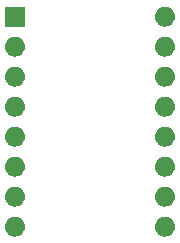
<source format=gbr>
G04 #@! TF.GenerationSoftware,KiCad,Pcbnew,(5.1.4)-1*
G04 #@! TF.CreationDate,2020-09-18T11:40:10-05:00*
G04 #@! TF.ProjectId,pt100stick,70743130-3073-4746-9963-6b2e6b696361,rev?*
G04 #@! TF.SameCoordinates,Original*
G04 #@! TF.FileFunction,Soldermask,Bot*
G04 #@! TF.FilePolarity,Negative*
%FSLAX46Y46*%
G04 Gerber Fmt 4.6, Leading zero omitted, Abs format (unit mm)*
G04 Created by KiCad (PCBNEW (5.1.4)-1) date 2020-09-18 11:40:10*
%MOMM*%
%LPD*%
G04 APERTURE LIST*
%ADD10C,0.100000*%
G04 APERTURE END LIST*
D10*
G36*
X142406823Y-88061313D02*
G01*
X142567242Y-88109976D01*
X142699906Y-88180886D01*
X142715078Y-88188996D01*
X142844659Y-88295341D01*
X142951004Y-88424922D01*
X142951005Y-88424924D01*
X143030024Y-88572758D01*
X143078687Y-88733177D01*
X143095117Y-88900000D01*
X143078687Y-89066823D01*
X143030024Y-89227242D01*
X142959114Y-89359906D01*
X142951004Y-89375078D01*
X142844659Y-89504659D01*
X142715078Y-89611004D01*
X142715076Y-89611005D01*
X142567242Y-89690024D01*
X142406823Y-89738687D01*
X142281804Y-89751000D01*
X142198196Y-89751000D01*
X142073177Y-89738687D01*
X141912758Y-89690024D01*
X141764924Y-89611005D01*
X141764922Y-89611004D01*
X141635341Y-89504659D01*
X141528996Y-89375078D01*
X141520886Y-89359906D01*
X141449976Y-89227242D01*
X141401313Y-89066823D01*
X141384883Y-88900000D01*
X141401313Y-88733177D01*
X141449976Y-88572758D01*
X141528995Y-88424924D01*
X141528996Y-88424922D01*
X141635341Y-88295341D01*
X141764922Y-88188996D01*
X141780094Y-88180886D01*
X141912758Y-88109976D01*
X142073177Y-88061313D01*
X142198196Y-88049000D01*
X142281804Y-88049000D01*
X142406823Y-88061313D01*
X142406823Y-88061313D01*
G37*
G36*
X155106823Y-88061313D02*
G01*
X155267242Y-88109976D01*
X155399906Y-88180886D01*
X155415078Y-88188996D01*
X155544659Y-88295341D01*
X155651004Y-88424922D01*
X155651005Y-88424924D01*
X155730024Y-88572758D01*
X155778687Y-88733177D01*
X155795117Y-88900000D01*
X155778687Y-89066823D01*
X155730024Y-89227242D01*
X155659114Y-89359906D01*
X155651004Y-89375078D01*
X155544659Y-89504659D01*
X155415078Y-89611004D01*
X155415076Y-89611005D01*
X155267242Y-89690024D01*
X155106823Y-89738687D01*
X154981804Y-89751000D01*
X154898196Y-89751000D01*
X154773177Y-89738687D01*
X154612758Y-89690024D01*
X154464924Y-89611005D01*
X154464922Y-89611004D01*
X154335341Y-89504659D01*
X154228996Y-89375078D01*
X154220886Y-89359906D01*
X154149976Y-89227242D01*
X154101313Y-89066823D01*
X154084883Y-88900000D01*
X154101313Y-88733177D01*
X154149976Y-88572758D01*
X154228995Y-88424924D01*
X154228996Y-88424922D01*
X154335341Y-88295341D01*
X154464922Y-88188996D01*
X154480094Y-88180886D01*
X154612758Y-88109976D01*
X154773177Y-88061313D01*
X154898196Y-88049000D01*
X154981804Y-88049000D01*
X155106823Y-88061313D01*
X155106823Y-88061313D01*
G37*
G36*
X155106823Y-85521313D02*
G01*
X155267242Y-85569976D01*
X155399906Y-85640886D01*
X155415078Y-85648996D01*
X155544659Y-85755341D01*
X155651004Y-85884922D01*
X155651005Y-85884924D01*
X155730024Y-86032758D01*
X155778687Y-86193177D01*
X155795117Y-86360000D01*
X155778687Y-86526823D01*
X155730024Y-86687242D01*
X155659114Y-86819906D01*
X155651004Y-86835078D01*
X155544659Y-86964659D01*
X155415078Y-87071004D01*
X155415076Y-87071005D01*
X155267242Y-87150024D01*
X155106823Y-87198687D01*
X154981804Y-87211000D01*
X154898196Y-87211000D01*
X154773177Y-87198687D01*
X154612758Y-87150024D01*
X154464924Y-87071005D01*
X154464922Y-87071004D01*
X154335341Y-86964659D01*
X154228996Y-86835078D01*
X154220886Y-86819906D01*
X154149976Y-86687242D01*
X154101313Y-86526823D01*
X154084883Y-86360000D01*
X154101313Y-86193177D01*
X154149976Y-86032758D01*
X154228995Y-85884924D01*
X154228996Y-85884922D01*
X154335341Y-85755341D01*
X154464922Y-85648996D01*
X154480094Y-85640886D01*
X154612758Y-85569976D01*
X154773177Y-85521313D01*
X154898196Y-85509000D01*
X154981804Y-85509000D01*
X155106823Y-85521313D01*
X155106823Y-85521313D01*
G37*
G36*
X142406823Y-85521313D02*
G01*
X142567242Y-85569976D01*
X142699906Y-85640886D01*
X142715078Y-85648996D01*
X142844659Y-85755341D01*
X142951004Y-85884922D01*
X142951005Y-85884924D01*
X143030024Y-86032758D01*
X143078687Y-86193177D01*
X143095117Y-86360000D01*
X143078687Y-86526823D01*
X143030024Y-86687242D01*
X142959114Y-86819906D01*
X142951004Y-86835078D01*
X142844659Y-86964659D01*
X142715078Y-87071004D01*
X142715076Y-87071005D01*
X142567242Y-87150024D01*
X142406823Y-87198687D01*
X142281804Y-87211000D01*
X142198196Y-87211000D01*
X142073177Y-87198687D01*
X141912758Y-87150024D01*
X141764924Y-87071005D01*
X141764922Y-87071004D01*
X141635341Y-86964659D01*
X141528996Y-86835078D01*
X141520886Y-86819906D01*
X141449976Y-86687242D01*
X141401313Y-86526823D01*
X141384883Y-86360000D01*
X141401313Y-86193177D01*
X141449976Y-86032758D01*
X141528995Y-85884924D01*
X141528996Y-85884922D01*
X141635341Y-85755341D01*
X141764922Y-85648996D01*
X141780094Y-85640886D01*
X141912758Y-85569976D01*
X142073177Y-85521313D01*
X142198196Y-85509000D01*
X142281804Y-85509000D01*
X142406823Y-85521313D01*
X142406823Y-85521313D01*
G37*
G36*
X142406823Y-82981313D02*
G01*
X142567242Y-83029976D01*
X142699906Y-83100886D01*
X142715078Y-83108996D01*
X142844659Y-83215341D01*
X142951004Y-83344922D01*
X142951005Y-83344924D01*
X143030024Y-83492758D01*
X143078687Y-83653177D01*
X143095117Y-83820000D01*
X143078687Y-83986823D01*
X143030024Y-84147242D01*
X142959114Y-84279906D01*
X142951004Y-84295078D01*
X142844659Y-84424659D01*
X142715078Y-84531004D01*
X142715076Y-84531005D01*
X142567242Y-84610024D01*
X142406823Y-84658687D01*
X142281804Y-84671000D01*
X142198196Y-84671000D01*
X142073177Y-84658687D01*
X141912758Y-84610024D01*
X141764924Y-84531005D01*
X141764922Y-84531004D01*
X141635341Y-84424659D01*
X141528996Y-84295078D01*
X141520886Y-84279906D01*
X141449976Y-84147242D01*
X141401313Y-83986823D01*
X141384883Y-83820000D01*
X141401313Y-83653177D01*
X141449976Y-83492758D01*
X141528995Y-83344924D01*
X141528996Y-83344922D01*
X141635341Y-83215341D01*
X141764922Y-83108996D01*
X141780094Y-83100886D01*
X141912758Y-83029976D01*
X142073177Y-82981313D01*
X142198196Y-82969000D01*
X142281804Y-82969000D01*
X142406823Y-82981313D01*
X142406823Y-82981313D01*
G37*
G36*
X155106823Y-82981313D02*
G01*
X155267242Y-83029976D01*
X155399906Y-83100886D01*
X155415078Y-83108996D01*
X155544659Y-83215341D01*
X155651004Y-83344922D01*
X155651005Y-83344924D01*
X155730024Y-83492758D01*
X155778687Y-83653177D01*
X155795117Y-83820000D01*
X155778687Y-83986823D01*
X155730024Y-84147242D01*
X155659114Y-84279906D01*
X155651004Y-84295078D01*
X155544659Y-84424659D01*
X155415078Y-84531004D01*
X155415076Y-84531005D01*
X155267242Y-84610024D01*
X155106823Y-84658687D01*
X154981804Y-84671000D01*
X154898196Y-84671000D01*
X154773177Y-84658687D01*
X154612758Y-84610024D01*
X154464924Y-84531005D01*
X154464922Y-84531004D01*
X154335341Y-84424659D01*
X154228996Y-84295078D01*
X154220886Y-84279906D01*
X154149976Y-84147242D01*
X154101313Y-83986823D01*
X154084883Y-83820000D01*
X154101313Y-83653177D01*
X154149976Y-83492758D01*
X154228995Y-83344924D01*
X154228996Y-83344922D01*
X154335341Y-83215341D01*
X154464922Y-83108996D01*
X154480094Y-83100886D01*
X154612758Y-83029976D01*
X154773177Y-82981313D01*
X154898196Y-82969000D01*
X154981804Y-82969000D01*
X155106823Y-82981313D01*
X155106823Y-82981313D01*
G37*
G36*
X155106823Y-80441313D02*
G01*
X155267242Y-80489976D01*
X155399906Y-80560886D01*
X155415078Y-80568996D01*
X155544659Y-80675341D01*
X155651004Y-80804922D01*
X155651005Y-80804924D01*
X155730024Y-80952758D01*
X155778687Y-81113177D01*
X155795117Y-81280000D01*
X155778687Y-81446823D01*
X155730024Y-81607242D01*
X155659114Y-81739906D01*
X155651004Y-81755078D01*
X155544659Y-81884659D01*
X155415078Y-81991004D01*
X155415076Y-81991005D01*
X155267242Y-82070024D01*
X155106823Y-82118687D01*
X154981804Y-82131000D01*
X154898196Y-82131000D01*
X154773177Y-82118687D01*
X154612758Y-82070024D01*
X154464924Y-81991005D01*
X154464922Y-81991004D01*
X154335341Y-81884659D01*
X154228996Y-81755078D01*
X154220886Y-81739906D01*
X154149976Y-81607242D01*
X154101313Y-81446823D01*
X154084883Y-81280000D01*
X154101313Y-81113177D01*
X154149976Y-80952758D01*
X154228995Y-80804924D01*
X154228996Y-80804922D01*
X154335341Y-80675341D01*
X154464922Y-80568996D01*
X154480094Y-80560886D01*
X154612758Y-80489976D01*
X154773177Y-80441313D01*
X154898196Y-80429000D01*
X154981804Y-80429000D01*
X155106823Y-80441313D01*
X155106823Y-80441313D01*
G37*
G36*
X142406823Y-80441313D02*
G01*
X142567242Y-80489976D01*
X142699906Y-80560886D01*
X142715078Y-80568996D01*
X142844659Y-80675341D01*
X142951004Y-80804922D01*
X142951005Y-80804924D01*
X143030024Y-80952758D01*
X143078687Y-81113177D01*
X143095117Y-81280000D01*
X143078687Y-81446823D01*
X143030024Y-81607242D01*
X142959114Y-81739906D01*
X142951004Y-81755078D01*
X142844659Y-81884659D01*
X142715078Y-81991004D01*
X142715076Y-81991005D01*
X142567242Y-82070024D01*
X142406823Y-82118687D01*
X142281804Y-82131000D01*
X142198196Y-82131000D01*
X142073177Y-82118687D01*
X141912758Y-82070024D01*
X141764924Y-81991005D01*
X141764922Y-81991004D01*
X141635341Y-81884659D01*
X141528996Y-81755078D01*
X141520886Y-81739906D01*
X141449976Y-81607242D01*
X141401313Y-81446823D01*
X141384883Y-81280000D01*
X141401313Y-81113177D01*
X141449976Y-80952758D01*
X141528995Y-80804924D01*
X141528996Y-80804922D01*
X141635341Y-80675341D01*
X141764922Y-80568996D01*
X141780094Y-80560886D01*
X141912758Y-80489976D01*
X142073177Y-80441313D01*
X142198196Y-80429000D01*
X142281804Y-80429000D01*
X142406823Y-80441313D01*
X142406823Y-80441313D01*
G37*
G36*
X142406823Y-77901313D02*
G01*
X142567242Y-77949976D01*
X142699906Y-78020886D01*
X142715078Y-78028996D01*
X142844659Y-78135341D01*
X142951004Y-78264922D01*
X142951005Y-78264924D01*
X143030024Y-78412758D01*
X143078687Y-78573177D01*
X143095117Y-78740000D01*
X143078687Y-78906823D01*
X143030024Y-79067242D01*
X142959114Y-79199906D01*
X142951004Y-79215078D01*
X142844659Y-79344659D01*
X142715078Y-79451004D01*
X142715076Y-79451005D01*
X142567242Y-79530024D01*
X142406823Y-79578687D01*
X142281804Y-79591000D01*
X142198196Y-79591000D01*
X142073177Y-79578687D01*
X141912758Y-79530024D01*
X141764924Y-79451005D01*
X141764922Y-79451004D01*
X141635341Y-79344659D01*
X141528996Y-79215078D01*
X141520886Y-79199906D01*
X141449976Y-79067242D01*
X141401313Y-78906823D01*
X141384883Y-78740000D01*
X141401313Y-78573177D01*
X141449976Y-78412758D01*
X141528995Y-78264924D01*
X141528996Y-78264922D01*
X141635341Y-78135341D01*
X141764922Y-78028996D01*
X141780094Y-78020886D01*
X141912758Y-77949976D01*
X142073177Y-77901313D01*
X142198196Y-77889000D01*
X142281804Y-77889000D01*
X142406823Y-77901313D01*
X142406823Y-77901313D01*
G37*
G36*
X155106823Y-77901313D02*
G01*
X155267242Y-77949976D01*
X155399906Y-78020886D01*
X155415078Y-78028996D01*
X155544659Y-78135341D01*
X155651004Y-78264922D01*
X155651005Y-78264924D01*
X155730024Y-78412758D01*
X155778687Y-78573177D01*
X155795117Y-78740000D01*
X155778687Y-78906823D01*
X155730024Y-79067242D01*
X155659114Y-79199906D01*
X155651004Y-79215078D01*
X155544659Y-79344659D01*
X155415078Y-79451004D01*
X155415076Y-79451005D01*
X155267242Y-79530024D01*
X155106823Y-79578687D01*
X154981804Y-79591000D01*
X154898196Y-79591000D01*
X154773177Y-79578687D01*
X154612758Y-79530024D01*
X154464924Y-79451005D01*
X154464922Y-79451004D01*
X154335341Y-79344659D01*
X154228996Y-79215078D01*
X154220886Y-79199906D01*
X154149976Y-79067242D01*
X154101313Y-78906823D01*
X154084883Y-78740000D01*
X154101313Y-78573177D01*
X154149976Y-78412758D01*
X154228995Y-78264924D01*
X154228996Y-78264922D01*
X154335341Y-78135341D01*
X154464922Y-78028996D01*
X154480094Y-78020886D01*
X154612758Y-77949976D01*
X154773177Y-77901313D01*
X154898196Y-77889000D01*
X154981804Y-77889000D01*
X155106823Y-77901313D01*
X155106823Y-77901313D01*
G37*
G36*
X155106823Y-75361313D02*
G01*
X155267242Y-75409976D01*
X155399906Y-75480886D01*
X155415078Y-75488996D01*
X155544659Y-75595341D01*
X155651004Y-75724922D01*
X155651005Y-75724924D01*
X155730024Y-75872758D01*
X155778687Y-76033177D01*
X155795117Y-76200000D01*
X155778687Y-76366823D01*
X155730024Y-76527242D01*
X155659114Y-76659906D01*
X155651004Y-76675078D01*
X155544659Y-76804659D01*
X155415078Y-76911004D01*
X155415076Y-76911005D01*
X155267242Y-76990024D01*
X155106823Y-77038687D01*
X154981804Y-77051000D01*
X154898196Y-77051000D01*
X154773177Y-77038687D01*
X154612758Y-76990024D01*
X154464924Y-76911005D01*
X154464922Y-76911004D01*
X154335341Y-76804659D01*
X154228996Y-76675078D01*
X154220886Y-76659906D01*
X154149976Y-76527242D01*
X154101313Y-76366823D01*
X154084883Y-76200000D01*
X154101313Y-76033177D01*
X154149976Y-75872758D01*
X154228995Y-75724924D01*
X154228996Y-75724922D01*
X154335341Y-75595341D01*
X154464922Y-75488996D01*
X154480094Y-75480886D01*
X154612758Y-75409976D01*
X154773177Y-75361313D01*
X154898196Y-75349000D01*
X154981804Y-75349000D01*
X155106823Y-75361313D01*
X155106823Y-75361313D01*
G37*
G36*
X142406823Y-75361313D02*
G01*
X142567242Y-75409976D01*
X142699906Y-75480886D01*
X142715078Y-75488996D01*
X142844659Y-75595341D01*
X142951004Y-75724922D01*
X142951005Y-75724924D01*
X143030024Y-75872758D01*
X143078687Y-76033177D01*
X143095117Y-76200000D01*
X143078687Y-76366823D01*
X143030024Y-76527242D01*
X142959114Y-76659906D01*
X142951004Y-76675078D01*
X142844659Y-76804659D01*
X142715078Y-76911004D01*
X142715076Y-76911005D01*
X142567242Y-76990024D01*
X142406823Y-77038687D01*
X142281804Y-77051000D01*
X142198196Y-77051000D01*
X142073177Y-77038687D01*
X141912758Y-76990024D01*
X141764924Y-76911005D01*
X141764922Y-76911004D01*
X141635341Y-76804659D01*
X141528996Y-76675078D01*
X141520886Y-76659906D01*
X141449976Y-76527242D01*
X141401313Y-76366823D01*
X141384883Y-76200000D01*
X141401313Y-76033177D01*
X141449976Y-75872758D01*
X141528995Y-75724924D01*
X141528996Y-75724922D01*
X141635341Y-75595341D01*
X141764922Y-75488996D01*
X141780094Y-75480886D01*
X141912758Y-75409976D01*
X142073177Y-75361313D01*
X142198196Y-75349000D01*
X142281804Y-75349000D01*
X142406823Y-75361313D01*
X142406823Y-75361313D01*
G37*
G36*
X155106823Y-72821313D02*
G01*
X155267242Y-72869976D01*
X155399906Y-72940886D01*
X155415078Y-72948996D01*
X155544659Y-73055341D01*
X155651004Y-73184922D01*
X155651005Y-73184924D01*
X155730024Y-73332758D01*
X155778687Y-73493177D01*
X155795117Y-73660000D01*
X155778687Y-73826823D01*
X155730024Y-73987242D01*
X155659114Y-74119906D01*
X155651004Y-74135078D01*
X155544659Y-74264659D01*
X155415078Y-74371004D01*
X155415076Y-74371005D01*
X155267242Y-74450024D01*
X155106823Y-74498687D01*
X154981804Y-74511000D01*
X154898196Y-74511000D01*
X154773177Y-74498687D01*
X154612758Y-74450024D01*
X154464924Y-74371005D01*
X154464922Y-74371004D01*
X154335341Y-74264659D01*
X154228996Y-74135078D01*
X154220886Y-74119906D01*
X154149976Y-73987242D01*
X154101313Y-73826823D01*
X154084883Y-73660000D01*
X154101313Y-73493177D01*
X154149976Y-73332758D01*
X154228995Y-73184924D01*
X154228996Y-73184922D01*
X154335341Y-73055341D01*
X154464922Y-72948996D01*
X154480094Y-72940886D01*
X154612758Y-72869976D01*
X154773177Y-72821313D01*
X154898196Y-72809000D01*
X154981804Y-72809000D01*
X155106823Y-72821313D01*
X155106823Y-72821313D01*
G37*
G36*
X142406823Y-72821313D02*
G01*
X142567242Y-72869976D01*
X142699906Y-72940886D01*
X142715078Y-72948996D01*
X142844659Y-73055341D01*
X142951004Y-73184922D01*
X142951005Y-73184924D01*
X143030024Y-73332758D01*
X143078687Y-73493177D01*
X143095117Y-73660000D01*
X143078687Y-73826823D01*
X143030024Y-73987242D01*
X142959114Y-74119906D01*
X142951004Y-74135078D01*
X142844659Y-74264659D01*
X142715078Y-74371004D01*
X142715076Y-74371005D01*
X142567242Y-74450024D01*
X142406823Y-74498687D01*
X142281804Y-74511000D01*
X142198196Y-74511000D01*
X142073177Y-74498687D01*
X141912758Y-74450024D01*
X141764924Y-74371005D01*
X141764922Y-74371004D01*
X141635341Y-74264659D01*
X141528996Y-74135078D01*
X141520886Y-74119906D01*
X141449976Y-73987242D01*
X141401313Y-73826823D01*
X141384883Y-73660000D01*
X141401313Y-73493177D01*
X141449976Y-73332758D01*
X141528995Y-73184924D01*
X141528996Y-73184922D01*
X141635341Y-73055341D01*
X141764922Y-72948996D01*
X141780094Y-72940886D01*
X141912758Y-72869976D01*
X142073177Y-72821313D01*
X142198196Y-72809000D01*
X142281804Y-72809000D01*
X142406823Y-72821313D01*
X142406823Y-72821313D01*
G37*
G36*
X143091000Y-71971000D02*
G01*
X141389000Y-71971000D01*
X141389000Y-70269000D01*
X143091000Y-70269000D01*
X143091000Y-71971000D01*
X143091000Y-71971000D01*
G37*
G36*
X155106823Y-70281313D02*
G01*
X155267242Y-70329976D01*
X155399906Y-70400886D01*
X155415078Y-70408996D01*
X155544659Y-70515341D01*
X155651004Y-70644922D01*
X155651005Y-70644924D01*
X155730024Y-70792758D01*
X155778687Y-70953177D01*
X155795117Y-71120000D01*
X155778687Y-71286823D01*
X155730024Y-71447242D01*
X155659114Y-71579906D01*
X155651004Y-71595078D01*
X155544659Y-71724659D01*
X155415078Y-71831004D01*
X155415076Y-71831005D01*
X155267242Y-71910024D01*
X155106823Y-71958687D01*
X154981804Y-71971000D01*
X154898196Y-71971000D01*
X154773177Y-71958687D01*
X154612758Y-71910024D01*
X154464924Y-71831005D01*
X154464922Y-71831004D01*
X154335341Y-71724659D01*
X154228996Y-71595078D01*
X154220886Y-71579906D01*
X154149976Y-71447242D01*
X154101313Y-71286823D01*
X154084883Y-71120000D01*
X154101313Y-70953177D01*
X154149976Y-70792758D01*
X154228995Y-70644924D01*
X154228996Y-70644922D01*
X154335341Y-70515341D01*
X154464922Y-70408996D01*
X154480094Y-70400886D01*
X154612758Y-70329976D01*
X154773177Y-70281313D01*
X154898196Y-70269000D01*
X154981804Y-70269000D01*
X155106823Y-70281313D01*
X155106823Y-70281313D01*
G37*
M02*

</source>
